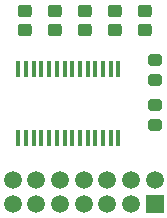
<source format=gbr>
G04 DipTrace 4.1.3.1*
G04 TopMask.gbr*
%MOIN*%
G04 #@! TF.FileFunction,Soldermask,Top*
G04 #@! TF.Part,Single*
%AMOUTLINE1*
4,1,28,
-0.023031,-0.009775,
-0.023032,0.009774,
-0.022659,0.012604,
-0.021517,0.015362,
-0.0197,0.01773,
-0.017332,0.019547,
-0.014574,0.02069,
-0.011744,0.021063,
0.011742,0.021063,
0.014573,0.020691,
0.017331,0.019549,
0.019699,0.017732,
0.021516,0.015364,
0.022658,0.012606,
0.023031,0.009775,
0.023032,-0.009774,
0.022659,-0.012604,
0.021517,-0.015362,
0.0197,-0.01773,
0.017332,-0.019547,
0.014574,-0.02069,
0.011744,-0.021063,
-0.011742,-0.021063,
-0.014573,-0.020691,
-0.017331,-0.019549,
-0.019699,-0.017732,
-0.021516,-0.015364,
-0.022658,-0.012606,
-0.023031,-0.009775,
0*%
%AMOUTLINE4*
4,1,28,
0.023031,0.009775,
0.023032,-0.009774,
0.022659,-0.012604,
0.021517,-0.015362,
0.0197,-0.01773,
0.017332,-0.019547,
0.014574,-0.02069,
0.011744,-0.021063,
-0.011742,-0.021063,
-0.014573,-0.020691,
-0.017331,-0.019549,
-0.019699,-0.017732,
-0.021516,-0.015364,
-0.022658,-0.012606,
-0.023031,-0.009775,
-0.023032,0.009774,
-0.022659,0.012604,
-0.021517,0.015362,
-0.0197,0.01773,
-0.017332,0.019547,
-0.014574,0.02069,
-0.011744,0.021063,
0.011742,0.021063,
0.014573,0.020691,
0.017331,0.019549,
0.019699,0.017732,
0.021516,0.015364,
0.022658,0.012606,
0.023031,0.009775,
0*%
%AMOUTLINE7*
4,1,28,
-0.023031,-0.008594,
-0.023032,0.008593,
-0.022699,0.011118,
-0.021675,0.013591,
-0.020046,0.015714,
-0.017922,0.017344,
-0.015449,0.018368,
-0.012925,0.018701,
0.012924,0.018701,
0.015449,0.018369,
0.017922,0.017344,
0.020045,0.015715,
0.021675,0.013592,
0.022699,0.011119,
0.023031,0.008594,
0.023032,-0.008593,
0.022699,-0.011118,
0.021675,-0.013591,
0.020046,-0.015714,
0.017922,-0.017344,
0.015449,-0.018368,
0.012925,-0.018701,
-0.012924,-0.018701,
-0.015449,-0.018369,
-0.017922,-0.017344,
-0.020045,-0.015715,
-0.021675,-0.013592,
-0.022699,-0.011119,
-0.023031,-0.008594,
0*%
%AMOUTLINE10*
4,1,28,
0.023031,0.008594,
0.023032,-0.008593,
0.022699,-0.011118,
0.021675,-0.013591,
0.020046,-0.015714,
0.017922,-0.017344,
0.015449,-0.018368,
0.012925,-0.018701,
-0.012924,-0.018701,
-0.015449,-0.018369,
-0.017922,-0.017344,
-0.020045,-0.015715,
-0.021675,-0.013592,
-0.022699,-0.011119,
-0.023031,-0.008594,
-0.023032,0.008593,
-0.022699,0.011118,
-0.021675,0.013591,
-0.020046,0.015714,
-0.017922,0.017344,
-0.015449,0.018368,
-0.012925,0.018701,
0.012924,0.018701,
0.015449,0.018369,
0.017922,0.017344,
0.020045,0.015715,
0.021675,0.013592,
0.022699,0.011119,
0.023031,0.008594,
0*%
%ADD26C,0.059055*%
%ADD28R,0.059055X0.059055*%
%ADD30R,0.015354X0.057087*%
%ADD35OUTLINE1*%
%ADD38OUTLINE4*%
%ADD41OUTLINE7*%
%ADD44OUTLINE10*%
%FSLAX26Y26*%
G04*
G70*
G90*
G75*
G01*
G04 TopMask*
%LPD*%
D30*
X799401Y1002572D3*
X773810Y1002570D3*
X748219Y1002568D3*
X722629Y1002566D3*
X697038Y1002564D3*
X671448Y1002562D3*
X645857Y1002560D3*
X620267Y1002558D3*
X594676Y1002556D3*
X569086Y1002554D3*
X543495Y1002552D3*
X517905Y1002550D3*
X492314Y1002548D3*
X466723Y1002546D3*
X466741Y772231D3*
X492332Y772233D3*
X517922Y772235D3*
X543513Y772237D3*
X569103Y772239D3*
X594694Y772241D3*
X620284Y772243D3*
X645875Y772245D3*
X671466Y772247D3*
X697056Y772249D3*
X722647Y772251D3*
X748237Y772253D3*
X773828Y772255D3*
X799418Y772257D3*
D28*
X920472Y553740D3*
D26*
Y632480D3*
X841732Y553740D3*
Y632480D3*
X762992Y553740D3*
Y632480D3*
X684252Y553740D3*
Y632480D3*
X605512Y553740D3*
Y632480D3*
X526772Y553740D3*
Y632480D3*
X448031Y553740D3*
Y632480D3*
D35*
X490157Y1133071D3*
D38*
X490155Y1196063D3*
D35*
X590158Y1133071D3*
D38*
X590155Y1196063D3*
D35*
X690158Y1133071D3*
D38*
X690155Y1196063D3*
D35*
X790158Y1133071D3*
D38*
X790155Y1196063D3*
D35*
X890159Y1133071D3*
D38*
X890156Y1196063D3*
D41*
X921654Y967471D3*
D44*
X921653Y1034007D3*
D41*
X921802Y817520D3*
D44*
X921799Y884055D3*
M02*

</source>
